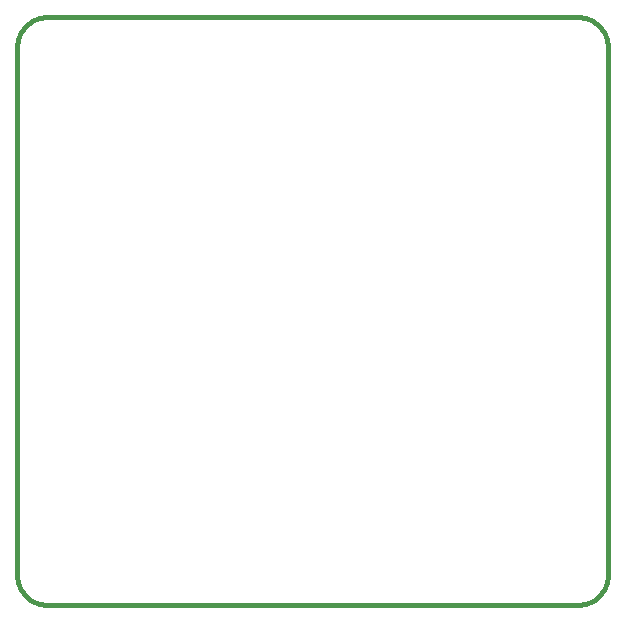
<source format=gbr>
G04 (created by PCBNEW-RS274X (2012-01-19 BZR 3256)-stable) date 2/14/2012 2:26:08 AM*
G01*
G70*
G90*
%MOIN*%
G04 Gerber Fmt 3.4, Leading zero omitted, Abs format*
%FSLAX34Y34*%
G04 APERTURE LIST*
%ADD10C,0.006000*%
%ADD11C,0.015000*%
G04 APERTURE END LIST*
G54D10*
G54D11*
X45669Y-48819D02*
X45669Y-31201D01*
X64370Y-49803D02*
X46654Y-49803D01*
X65354Y-31201D02*
X65354Y-48819D01*
X46654Y-30217D02*
X64370Y-30217D01*
X64370Y-49803D02*
X64455Y-49799D01*
X64540Y-49788D01*
X64624Y-49769D01*
X64706Y-49743D01*
X64785Y-49710D01*
X64862Y-49671D01*
X64934Y-49625D01*
X65002Y-49572D01*
X65065Y-49514D01*
X65123Y-49451D01*
X65176Y-49383D01*
X65222Y-49310D01*
X65261Y-49234D01*
X65294Y-49155D01*
X65320Y-49073D01*
X65339Y-48989D01*
X65350Y-48904D01*
X65354Y-48819D01*
X65354Y-31201D02*
X65350Y-31116D01*
X65339Y-31031D01*
X65320Y-30947D01*
X65294Y-30865D01*
X65261Y-30786D01*
X65222Y-30710D01*
X65176Y-30637D01*
X65123Y-30569D01*
X65065Y-30506D01*
X65002Y-30448D01*
X64934Y-30395D01*
X64862Y-30349D01*
X64785Y-30310D01*
X64706Y-30277D01*
X64624Y-30251D01*
X64540Y-30232D01*
X64455Y-30221D01*
X64370Y-30217D01*
X46654Y-30216D02*
X46569Y-30220D01*
X46483Y-30231D01*
X46400Y-30250D01*
X46318Y-30276D01*
X46238Y-30309D01*
X46162Y-30348D01*
X46090Y-30395D01*
X46021Y-30447D01*
X45958Y-30505D01*
X45900Y-30568D01*
X45848Y-30637D01*
X45801Y-30709D01*
X45762Y-30785D01*
X45729Y-30865D01*
X45703Y-30947D01*
X45684Y-31030D01*
X45673Y-31116D01*
X45669Y-31201D01*
X45670Y-48819D02*
X45674Y-48904D01*
X45685Y-48989D01*
X45704Y-49073D01*
X45730Y-49155D01*
X45763Y-49234D01*
X45802Y-49310D01*
X45848Y-49383D01*
X45901Y-49451D01*
X45959Y-49514D01*
X46022Y-49572D01*
X46090Y-49625D01*
X46163Y-49671D01*
X46239Y-49710D01*
X46318Y-49743D01*
X46400Y-49769D01*
X46484Y-49788D01*
X46569Y-49799D01*
X46654Y-49803D01*
M02*

</source>
